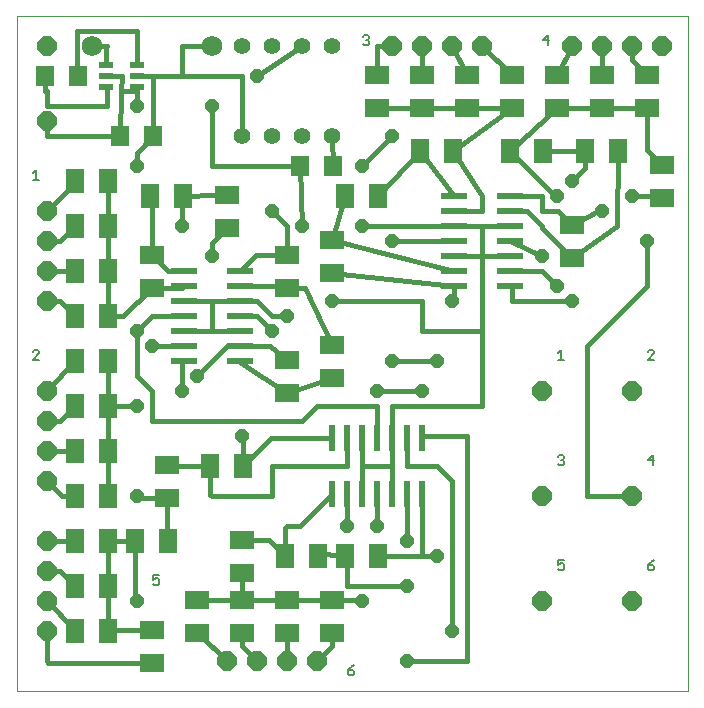
<source format=gtl>
G75*
%MOIN*%
%OFA0B0*%
%FSLAX25Y25*%
%IPPOS*%
%LPD*%
%AMOC8*
5,1,8,0,0,1.08239X$1,22.5*
%
%ADD10C,0.00000*%
%ADD11C,0.00600*%
%ADD12OC8,0.06400*%
%ADD13R,0.06299X0.07087*%
%ADD14C,0.06800*%
%ADD15R,0.07874X0.06299*%
%ADD16R,0.06299X0.07874*%
%ADD17R,0.05000X0.02200*%
%ADD18R,0.08600X0.02200*%
%ADD19R,0.02200X0.08600*%
%ADD20C,0.05600*%
%ADD21C,0.01600*%
%ADD22OC8,0.04362*%
D10*
X0001000Y0001000D02*
X0001000Y0225961D01*
X0224701Y0225961D01*
X0224701Y0001000D01*
X0001000Y0001000D01*
D11*
X0046300Y0036867D02*
X0046867Y0036300D01*
X0048001Y0036300D01*
X0048569Y0036867D01*
X0048569Y0038001D01*
X0048001Y0038569D01*
X0047434Y0038569D01*
X0046300Y0038001D01*
X0046300Y0039703D01*
X0048569Y0039703D01*
X0111300Y0008001D02*
X0111300Y0006867D01*
X0111867Y0006300D01*
X0113001Y0006300D01*
X0113569Y0006867D01*
X0113569Y0007434D01*
X0113001Y0008001D01*
X0111300Y0008001D01*
X0112434Y0009136D01*
X0113569Y0009703D01*
X0181300Y0041867D02*
X0181867Y0041300D01*
X0183001Y0041300D01*
X0183569Y0041867D01*
X0183569Y0043001D01*
X0183001Y0043569D01*
X0182434Y0043569D01*
X0181300Y0043001D01*
X0181300Y0044703D01*
X0183569Y0044703D01*
X0211300Y0043001D02*
X0213001Y0043001D01*
X0213569Y0042434D01*
X0213569Y0041867D01*
X0213001Y0041300D01*
X0211867Y0041300D01*
X0211300Y0041867D01*
X0211300Y0043001D01*
X0212434Y0044136D01*
X0213569Y0044703D01*
X0213001Y0076300D02*
X0213001Y0079703D01*
X0211300Y0078001D01*
X0213569Y0078001D01*
X0183569Y0077434D02*
X0183569Y0076867D01*
X0183001Y0076300D01*
X0181867Y0076300D01*
X0181300Y0076867D01*
X0182434Y0078001D02*
X0183001Y0078001D01*
X0183569Y0077434D01*
X0183001Y0078001D02*
X0183569Y0078569D01*
X0183569Y0079136D01*
X0183001Y0079703D01*
X0181867Y0079703D01*
X0181300Y0079136D01*
X0181300Y0111300D02*
X0183569Y0111300D01*
X0182434Y0111300D02*
X0182434Y0114703D01*
X0181300Y0113569D01*
X0211300Y0114136D02*
X0211867Y0114703D01*
X0213001Y0114703D01*
X0213569Y0114136D01*
X0213569Y0113569D01*
X0211300Y0111300D01*
X0213569Y0111300D01*
X0178001Y0216300D02*
X0178001Y0219703D01*
X0176300Y0218001D01*
X0178569Y0218001D01*
X0118569Y0217434D02*
X0118569Y0216867D01*
X0118001Y0216300D01*
X0116867Y0216300D01*
X0116300Y0216867D01*
X0117434Y0218001D02*
X0118001Y0218001D01*
X0118569Y0217434D01*
X0118001Y0218001D02*
X0118569Y0218569D01*
X0118569Y0219136D01*
X0118001Y0219703D01*
X0116867Y0219703D01*
X0116300Y0219136D01*
X0007434Y0174703D02*
X0007434Y0171300D01*
X0006300Y0171300D02*
X0008569Y0171300D01*
X0006300Y0173569D02*
X0007434Y0174703D01*
X0006867Y0114703D02*
X0006300Y0114136D01*
X0006867Y0114703D02*
X0008001Y0114703D01*
X0008569Y0114136D01*
X0008569Y0113569D01*
X0006300Y0111300D01*
X0008569Y0111300D01*
D12*
X0011000Y0101000D03*
X0011000Y0091000D03*
X0011000Y0081000D03*
X0011000Y0071000D03*
X0011000Y0051000D03*
X0011000Y0041000D03*
X0011000Y0031000D03*
X0011000Y0021000D03*
X0071000Y0011000D03*
X0081000Y0011000D03*
X0091000Y0011000D03*
X0101000Y0011000D03*
X0176000Y0031000D03*
X0206000Y0031000D03*
X0206000Y0066000D03*
X0176000Y0066000D03*
X0176000Y0101000D03*
X0206000Y0101000D03*
X0206000Y0216000D03*
X0216000Y0216000D03*
X0196000Y0216000D03*
X0186000Y0216000D03*
X0156000Y0216000D03*
X0146000Y0216000D03*
X0136000Y0216000D03*
X0126000Y0216000D03*
X0011000Y0216000D03*
X0011000Y0191000D03*
X0011000Y0161000D03*
X0011000Y0151000D03*
X0011000Y0141000D03*
X0011000Y0131000D03*
D13*
X0035488Y0186000D03*
X0046512Y0186000D03*
X0021512Y0206000D03*
X0010488Y0206000D03*
X0095488Y0176000D03*
X0106512Y0176000D03*
D14*
X0066000Y0216000D03*
X0026000Y0216000D03*
D15*
X0071000Y0166512D03*
X0071000Y0155488D03*
X0091000Y0146512D03*
X0091000Y0135488D03*
X0106000Y0140488D03*
X0106000Y0151512D03*
X0106000Y0116512D03*
X0106000Y0105488D03*
X0091000Y0100488D03*
X0091000Y0111512D03*
X0051000Y0076512D03*
X0051000Y0065488D03*
X0076000Y0051512D03*
X0076000Y0040488D03*
X0076000Y0031512D03*
X0076000Y0020488D03*
X0061000Y0020488D03*
X0061000Y0031512D03*
X0046000Y0021512D03*
X0046000Y0010488D03*
X0091000Y0020488D03*
X0091000Y0031512D03*
X0106000Y0031512D03*
X0106000Y0020488D03*
X0046000Y0135488D03*
X0046000Y0146512D03*
X0121000Y0195488D03*
X0121000Y0206512D03*
X0136000Y0206512D03*
X0136000Y0195488D03*
X0151000Y0195488D03*
X0151000Y0206512D03*
X0166000Y0206512D03*
X0166000Y0195488D03*
X0181000Y0195488D03*
X0181000Y0206512D03*
X0196000Y0206512D03*
X0196000Y0195488D03*
X0211000Y0195488D03*
X0211000Y0206512D03*
X0216000Y0176512D03*
X0216000Y0165488D03*
X0186000Y0156512D03*
X0186000Y0145488D03*
D16*
X0190488Y0181000D03*
X0201512Y0181000D03*
X0176512Y0181000D03*
X0165488Y0181000D03*
X0146512Y0181000D03*
X0135488Y0181000D03*
X0121512Y0166000D03*
X0110488Y0166000D03*
X0056512Y0166000D03*
X0045488Y0166000D03*
X0031512Y0171000D03*
X0020488Y0171000D03*
X0020488Y0156000D03*
X0031512Y0156000D03*
X0031512Y0141000D03*
X0020488Y0141000D03*
X0020488Y0126000D03*
X0031512Y0126000D03*
X0031512Y0111000D03*
X0020488Y0111000D03*
X0020488Y0096000D03*
X0031512Y0096000D03*
X0031512Y0081000D03*
X0020488Y0081000D03*
X0020488Y0066000D03*
X0031512Y0066000D03*
X0031512Y0051000D03*
X0040488Y0051000D03*
X0051512Y0051000D03*
X0031512Y0036000D03*
X0020488Y0036000D03*
X0020488Y0021000D03*
X0031512Y0021000D03*
X0020488Y0051000D03*
X0065488Y0076000D03*
X0076512Y0076000D03*
X0090488Y0046000D03*
X0101512Y0046000D03*
X0110488Y0046000D03*
X0121512Y0046000D03*
D17*
X0041100Y0202300D03*
X0041100Y0206000D03*
X0041100Y0209700D03*
X0030900Y0209700D03*
X0030900Y0206000D03*
X0030900Y0202300D03*
D18*
X0056700Y0141000D03*
X0056700Y0136000D03*
X0056700Y0131000D03*
X0056700Y0126000D03*
X0056700Y0121000D03*
X0056700Y0116000D03*
X0056700Y0111000D03*
X0075300Y0111000D03*
X0075300Y0116000D03*
X0075300Y0121000D03*
X0075300Y0126000D03*
X0075300Y0131000D03*
X0075300Y0136000D03*
X0075300Y0141000D03*
X0146700Y0141000D03*
X0146700Y0146000D03*
X0146700Y0151000D03*
X0146700Y0156000D03*
X0146700Y0161000D03*
X0146700Y0166000D03*
X0165300Y0166000D03*
X0165300Y0161000D03*
X0165300Y0156000D03*
X0165300Y0151000D03*
X0165300Y0146000D03*
X0165300Y0141000D03*
X0165300Y0136000D03*
X0146700Y0136000D03*
D19*
X0136000Y0085300D03*
X0131000Y0085300D03*
X0126000Y0085300D03*
X0121000Y0085300D03*
X0116000Y0085300D03*
X0111000Y0085300D03*
X0106000Y0085300D03*
X0106000Y0066700D03*
X0111000Y0066700D03*
X0116000Y0066700D03*
X0121000Y0066700D03*
X0126000Y0066700D03*
X0131000Y0066700D03*
X0136000Y0066700D03*
D20*
X0106000Y0186000D03*
X0096000Y0186000D03*
X0086000Y0186000D03*
X0076000Y0186000D03*
X0076000Y0216000D03*
X0086000Y0216000D03*
X0096000Y0216000D03*
X0106000Y0216000D03*
D21*
X0096000Y0216000D02*
X0081000Y0206000D01*
X0076000Y0206000D02*
X0056000Y0206000D01*
X0056000Y0216000D01*
X0066000Y0216000D01*
X0056000Y0206000D02*
X0046512Y0206000D01*
X0046512Y0186000D01*
X0041000Y0180488D01*
X0041000Y0176000D01*
X0031512Y0171000D02*
X0031512Y0156000D01*
X0031512Y0141000D01*
X0031512Y0126000D01*
X0036512Y0126000D01*
X0046000Y0135488D01*
X0056188Y0135488D01*
X0056700Y0136000D01*
X0056700Y0131000D02*
X0066000Y0131000D01*
X0066000Y0121000D01*
X0075300Y0121000D01*
X0075300Y0116000D02*
X0071000Y0116000D01*
X0061000Y0106000D01*
X0056000Y0110300D02*
X0056000Y0101000D01*
X0056000Y0110300D02*
X0056700Y0111000D01*
X0056700Y0116000D02*
X0046000Y0116000D01*
X0041000Y0121000D02*
X0041000Y0106000D01*
X0046000Y0101000D01*
X0046000Y0091000D01*
X0096000Y0091000D01*
X0101000Y0096000D01*
X0121000Y0096000D01*
X0121000Y0085300D01*
X0116000Y0085300D02*
X0116000Y0076000D01*
X0126000Y0076000D01*
X0126000Y0066700D01*
X0121000Y0066700D02*
X0121000Y0056000D01*
X0111000Y0056000D02*
X0111000Y0066700D01*
X0106000Y0066700D02*
X0095300Y0056000D01*
X0091000Y0056000D01*
X0090488Y0055488D01*
X0090488Y0046000D01*
X0084976Y0051512D01*
X0076000Y0051512D01*
X0076000Y0040488D02*
X0076000Y0031512D01*
X0061000Y0031512D01*
X0061000Y0020488D02*
X0061512Y0020488D01*
X0071000Y0011000D01*
X0076000Y0016000D02*
X0076000Y0020488D01*
X0076000Y0016000D02*
X0081000Y0011000D01*
X0091000Y0011000D02*
X0091000Y0020488D01*
X0101000Y0011000D02*
X0106000Y0016000D01*
X0106000Y0020488D01*
X0106000Y0031512D02*
X0115488Y0031512D01*
X0116000Y0031000D01*
X0111000Y0036000D02*
X0131000Y0036000D01*
X0136000Y0046000D02*
X0121512Y0046000D01*
X0111000Y0045488D02*
X0111000Y0036000D01*
X0106000Y0031512D02*
X0091000Y0031512D01*
X0076000Y0031512D01*
X0100488Y0047024D02*
X0110488Y0046000D01*
X0111000Y0045488D01*
X0101512Y0046000D02*
X0100488Y0047024D01*
X0086000Y0066000D02*
X0086000Y0076000D01*
X0111000Y0076000D01*
X0111000Y0085300D01*
X0106000Y0085300D02*
X0085812Y0085300D01*
X0076512Y0076000D01*
X0076512Y0085488D01*
X0076000Y0086000D01*
X0065488Y0076000D02*
X0065488Y0066512D01*
X0066000Y0066000D01*
X0086000Y0066000D01*
X0065488Y0076000D02*
X0051512Y0076000D01*
X0051000Y0076512D01*
X0051000Y0065488D02*
X0041512Y0065488D01*
X0041000Y0066000D01*
X0031512Y0066000D02*
X0031512Y0081000D01*
X0031512Y0096000D01*
X0041000Y0096000D01*
X0031512Y0096000D02*
X0031512Y0111000D01*
X0041000Y0121000D02*
X0046000Y0126000D01*
X0056700Y0126000D01*
X0056700Y0121000D02*
X0066000Y0121000D01*
X0066000Y0131000D02*
X0075300Y0131000D01*
X0081000Y0131000D01*
X0086000Y0126000D01*
X0091000Y0126000D01*
X0086000Y0121000D02*
X0081000Y0126000D01*
X0075300Y0126000D01*
X0075300Y0116000D02*
X0085488Y0116000D01*
X0091000Y0111512D01*
X0091000Y0100488D02*
X0075812Y0110488D01*
X0075300Y0111000D01*
X0091000Y0100488D02*
X0106000Y0105488D01*
X0106000Y0116512D02*
X0097024Y0135488D01*
X0091000Y0135488D01*
X0090488Y0136000D01*
X0075300Y0136000D01*
X0075300Y0141000D02*
X0080812Y0146512D01*
X0091000Y0146512D01*
X0091000Y0156000D01*
X0086000Y0161000D01*
X0096000Y0156000D02*
X0095488Y0176000D01*
X0066000Y0176000D01*
X0066000Y0196000D01*
X0076000Y0186000D02*
X0076000Y0206000D01*
X0046512Y0206000D02*
X0041100Y0206000D01*
X0041100Y0209700D02*
X0041100Y0221000D01*
X0021000Y0221000D01*
X0021000Y0206000D01*
X0021512Y0206000D01*
X0030900Y0206000D02*
X0036000Y0206000D01*
X0035872Y0201003D01*
X0041100Y0201003D01*
X0041100Y0202300D01*
X0041000Y0196000D01*
X0035872Y0201003D02*
X0035488Y0186000D01*
X0011000Y0186000D01*
X0011000Y0191000D01*
X0011000Y0196000D02*
X0031000Y0196000D01*
X0031000Y0202300D01*
X0030900Y0202300D01*
X0030900Y0209700D02*
X0030900Y0216000D01*
X0031000Y0216000D01*
X0026000Y0216000D01*
X0010488Y0206000D02*
X0010488Y0201000D01*
X0011000Y0201000D01*
X0011000Y0196000D01*
X0020488Y0171000D02*
X0020488Y0170488D01*
X0011000Y0161000D01*
X0011000Y0151000D02*
X0015488Y0151000D01*
X0020488Y0156000D01*
X0020488Y0141000D02*
X0011000Y0141000D01*
X0011000Y0131000D02*
X0015488Y0131000D01*
X0020488Y0126000D01*
X0020488Y0111000D02*
X0011000Y0101512D01*
X0011000Y0101000D01*
X0011000Y0091000D02*
X0015488Y0091000D01*
X0020488Y0096000D01*
X0020488Y0081000D02*
X0011000Y0081000D01*
X0011000Y0071000D02*
X0016000Y0066000D01*
X0020488Y0066000D01*
X0020488Y0051000D02*
X0011000Y0051000D01*
X0011000Y0041000D02*
X0015488Y0041000D01*
X0020488Y0036000D01*
X0011000Y0031000D02*
X0020488Y0021512D01*
X0020488Y0021000D01*
X0011000Y0021000D02*
X0011000Y0011000D01*
X0011512Y0010488D01*
X0046000Y0010488D01*
X0046000Y0021512D02*
X0032024Y0021512D01*
X0031512Y0021000D01*
X0031512Y0036000D01*
X0031512Y0051000D01*
X0040488Y0051000D01*
X0040488Y0031512D01*
X0041000Y0031000D01*
X0051512Y0051000D02*
X0051000Y0051512D01*
X0051000Y0065488D01*
X0116000Y0066700D02*
X0116000Y0076000D01*
X0126000Y0076000D02*
X0126000Y0085300D01*
X0126000Y0096000D01*
X0156000Y0096000D01*
X0156000Y0121000D01*
X0156000Y0146000D01*
X0156000Y0156000D01*
X0165300Y0156000D01*
X0165300Y0151000D02*
X0176000Y0146000D01*
X0176000Y0141000D02*
X0165300Y0141000D01*
X0165300Y0146000D02*
X0156000Y0146000D01*
X0146700Y0146000D01*
X0146700Y0141000D02*
X0106000Y0151512D01*
X0110488Y0166000D01*
X0121512Y0166000D02*
X0135488Y0181000D01*
X0146700Y0166000D01*
X0146700Y0161000D02*
X0156000Y0161000D01*
X0156000Y0166000D01*
X0146512Y0181000D01*
X0166000Y0195488D01*
X0151000Y0195488D01*
X0136000Y0195488D01*
X0121000Y0195488D01*
X0126000Y0186000D02*
X0116000Y0176000D01*
X0106512Y0176000D02*
X0106000Y0186000D01*
X0121000Y0206512D02*
X0121000Y0216000D01*
X0126000Y0216000D01*
X0136000Y0216000D02*
X0136000Y0206512D01*
X0146000Y0216000D02*
X0151000Y0206512D01*
X0156000Y0216000D02*
X0166000Y0206512D01*
X0181000Y0206512D02*
X0186000Y0216000D01*
X0196000Y0216000D02*
X0196000Y0206512D01*
X0196000Y0195488D02*
X0211000Y0195488D01*
X0211000Y0181512D01*
X0216000Y0176512D01*
X0215488Y0166000D02*
X0206000Y0166000D01*
X0215488Y0166000D02*
X0216000Y0165488D01*
X0211000Y0151000D02*
X0211000Y0136000D01*
X0191000Y0116000D01*
X0191000Y0066000D01*
X0206000Y0066000D01*
X0151000Y0086000D02*
X0136700Y0086000D01*
X0136000Y0085300D01*
X0131000Y0085300D02*
X0131000Y0076000D01*
X0141000Y0076000D01*
X0146000Y0071000D01*
X0146000Y0021000D01*
X0151000Y0011000D02*
X0151000Y0086000D01*
X0136000Y0101000D02*
X0121000Y0101000D01*
X0126000Y0111000D02*
X0141000Y0111000D01*
X0136000Y0121000D02*
X0156000Y0121000D01*
X0166000Y0131000D02*
X0186000Y0131000D01*
X0181000Y0136000D02*
X0176000Y0141000D01*
X0186000Y0145488D02*
X0176000Y0155488D01*
X0176000Y0156000D01*
X0171000Y0161000D01*
X0165300Y0161000D01*
X0165300Y0166000D02*
X0176000Y0166000D01*
X0176000Y0161000D01*
X0181512Y0161000D01*
X0186000Y0156512D01*
X0195488Y0161512D01*
X0196000Y0161000D01*
X0201000Y0156000D02*
X0201512Y0181000D01*
X0190488Y0181000D02*
X0190488Y0175488D01*
X0186000Y0171000D01*
X0181000Y0166000D02*
X0180488Y0166000D01*
X0165488Y0181000D01*
X0181000Y0195488D01*
X0196000Y0195488D01*
X0190488Y0181000D02*
X0176512Y0181000D01*
X0156000Y0156000D02*
X0146700Y0156000D01*
X0116000Y0156000D01*
X0126000Y0151000D02*
X0146700Y0151000D01*
X0146700Y0136000D02*
X0146700Y0131700D01*
X0146000Y0131000D01*
X0146700Y0136000D02*
X0106000Y0140488D01*
X0106000Y0131000D02*
X0136000Y0131000D01*
X0136000Y0121000D01*
X0166000Y0131000D02*
X0166000Y0135300D01*
X0165300Y0136000D01*
X0186000Y0145488D02*
X0201000Y0156000D01*
X0211000Y0206512D02*
X0206000Y0211512D01*
X0206000Y0216000D01*
X0071000Y0166512D02*
X0067024Y0166512D01*
X0056512Y0166000D01*
X0056000Y0165488D01*
X0056000Y0156000D01*
X0066000Y0150488D02*
X0066000Y0146000D01*
X0066000Y0150488D02*
X0071000Y0155488D01*
X0056700Y0141000D02*
X0051512Y0141000D01*
X0046000Y0146512D01*
X0046000Y0165488D01*
X0045488Y0166000D01*
X0131000Y0066700D02*
X0131000Y0051000D01*
X0136000Y0046000D02*
X0141000Y0046000D01*
X0136000Y0046000D02*
X0136000Y0066700D01*
X0131000Y0011000D02*
X0151000Y0011000D01*
D22*
X0146000Y0021000D03*
X0131000Y0011000D03*
X0116000Y0031000D03*
X0131000Y0036000D03*
X0141000Y0046000D03*
X0131000Y0051000D03*
X0121000Y0056000D03*
X0111000Y0056000D03*
X0076000Y0086000D03*
X0061000Y0106000D03*
X0056000Y0101000D03*
X0041000Y0096000D03*
X0046000Y0116000D03*
X0041000Y0121000D03*
X0066000Y0146000D03*
X0056000Y0156000D03*
X0041000Y0176000D03*
X0041000Y0196000D03*
X0066000Y0196000D03*
X0081000Y0206000D03*
X0116000Y0176000D03*
X0126000Y0186000D03*
X0116000Y0156000D03*
X0126000Y0151000D03*
X0106000Y0131000D03*
X0091000Y0126000D03*
X0086000Y0121000D03*
X0096000Y0156000D03*
X0086000Y0161000D03*
X0126000Y0111000D03*
X0121000Y0101000D03*
X0136000Y0101000D03*
X0141000Y0111000D03*
X0146000Y0131000D03*
X0176000Y0146000D03*
X0181000Y0136000D03*
X0186000Y0131000D03*
X0211000Y0151000D03*
X0206000Y0166000D03*
X0196000Y0161000D03*
X0186000Y0171000D03*
X0181000Y0166000D03*
X0041000Y0066000D03*
X0041000Y0031000D03*
M02*

</source>
